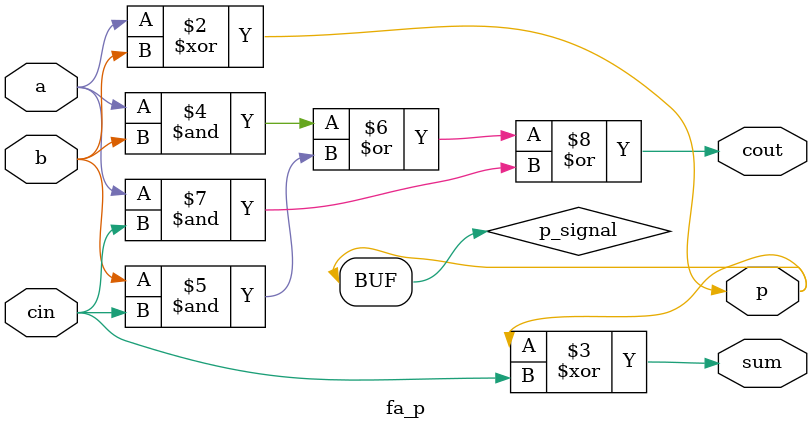
<source format=sv>
module fa_p
    (
        input logic a, b, cin,
        output logic p,
        output logic sum,
        output logic cout
    );

    logic p_signal;

    assign p = p_signal;

    always_comb begin
        p_signal = a ^ b;
        sum = p_signal ^ cin;
        cout = (a & b) | (b & cin) | (a & cin);
    end

endmodule
</source>
